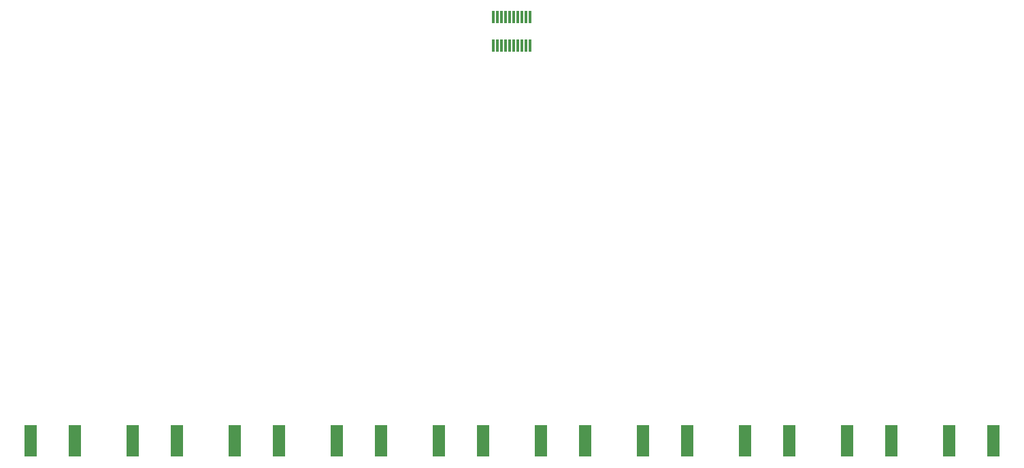
<source format=gbr>
G04 #@! TF.GenerationSoftware,KiCad,Pcbnew,(6.0.0-rc1-dev-305-gf0b8b2136)*
G04 #@! TF.CreationDate,2019-06-24T13:23:36-06:00*
G04 #@! TF.ProjectId,Station04,53746174696F6E30342E6B696361645F,rev?*
G04 #@! TF.SameCoordinates,Original*
G04 #@! TF.FileFunction,Paste,Bot*
G04 #@! TF.FilePolarity,Positive*
%FSLAX46Y46*%
G04 Gerber Fmt 4.6, Leading zero omitted, Abs format (unit mm)*
G04 Created by KiCad (PCBNEW (6.0.0-rc1-dev-305-gf0b8b2136)) date 06/24/19 13:23:36*
%MOMM*%
%LPD*%
G01*
G04 APERTURE LIST*
%ADD10R,1.501140X3.962400*%
%ADD11R,0.300000X1.500000*%
G04 APERTURE END LIST*
D10*
G04 #@! TO.C,U5*
X81131400Y-54349100D03*
X86668600Y-54349100D03*
G04 #@! TD*
D11*
G04 #@! TO.C,U1*
X62560000Y-5100000D03*
X62560000Y-1600000D03*
X63060000Y-5100000D03*
X63060000Y-1600000D03*
X63560000Y-5100000D03*
X63560000Y-1600000D03*
X64060000Y-5100000D03*
X64060000Y-1600000D03*
X64560000Y-5100000D03*
X64560000Y-1600000D03*
X65060000Y-5100000D03*
X65060000Y-1600000D03*
X65560000Y-5100000D03*
X65560000Y-1600000D03*
X66060000Y-5100000D03*
X66060000Y-1600000D03*
X66560000Y-5100000D03*
X66560000Y-1600000D03*
X67060000Y-5100000D03*
X67060000Y-1600000D03*
G04 #@! TD*
D10*
G04 #@! TO.C,U2*
X119231400Y-54349100D03*
X124768600Y-54349100D03*
G04 #@! TD*
G04 #@! TO.C,U3*
X106531400Y-54349100D03*
X112068600Y-54349100D03*
G04 #@! TD*
G04 #@! TO.C,U4*
X93831400Y-54349100D03*
X99368600Y-54349100D03*
G04 #@! TD*
G04 #@! TO.C,U6*
X68431400Y-54349100D03*
X73968600Y-54349100D03*
G04 #@! TD*
G04 #@! TO.C,U7*
X55731400Y-54349100D03*
X61268600Y-54349100D03*
G04 #@! TD*
G04 #@! TO.C,U8*
X43031400Y-54349100D03*
X48568600Y-54349100D03*
G04 #@! TD*
G04 #@! TO.C,U9*
X30331400Y-54349100D03*
X35868600Y-54349100D03*
G04 #@! TD*
G04 #@! TO.C,U10*
X17631400Y-54349100D03*
X23168600Y-54349100D03*
G04 #@! TD*
G04 #@! TO.C,U11*
X4931400Y-54349100D03*
X10468600Y-54349100D03*
G04 #@! TD*
M02*

</source>
